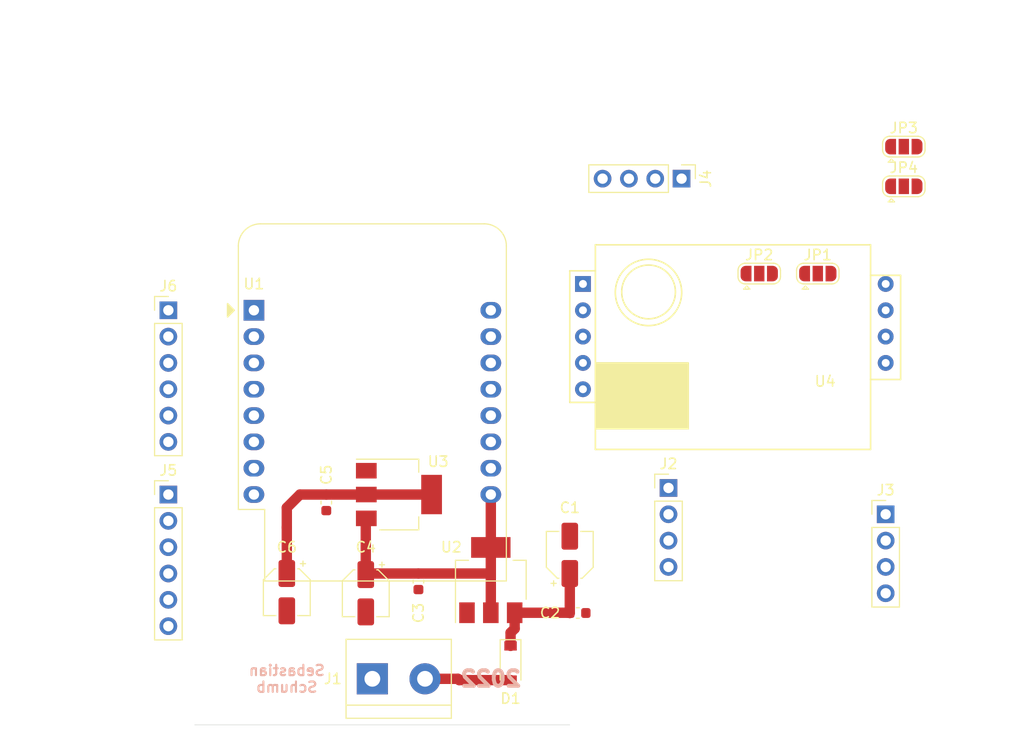
<source format=kicad_pcb>
(kicad_pcb (version 20211014) (generator pcbnew)
  (layers (0 "F.Cu" signal) (31 "B.Cu" signal) (34 "B.Paste" user) (35 "F.Paste" user) (36 "B.SilkS" user "B.Silkscreen") (37 "F.SilkS" user "F.Silkscreen") (38 "B.Mask" user) (39 "F.Mask" user) (44 "Edge.Cuts" user))
  (net 0 "")
  (net 1 "GND")
  (net 2 "+3V3")
  (net 3 "TXD")
  (net 4 "RXD")
  (net 5 "SDA")
  (net 6 "SCL")
  (net 7 "CS")
  (net 8 "MOSI")
  (net 9 "MISO")
  (net 10 "SCK")
  (net 11 "+5V")
  (net 12 "Net-(C1-Pad1)")
  (net 13 "Net-(D1-Pad2)")
  (net 14 "D3")
  (net 15 "D4")
  (net 17 "D0")
  (net 19 "A0")
  (net 20 "Net-(J3-Pad1)")
  (net 21 "Net-(J4-Pad1)")
  (net 22 "Net-(J5-Pad1)")
  (net 23 "Net-(J6-Pad1)")
  (footprint "Module:WEMOS_D1_mini_light" (layer "F.Cu") (at 94.615 69.85)
    (fp_text reference "U1" (at 0 -2.54) (layer "F.SilkS"))
    (fp_text value "WeMos_D1_mini")
    (fp_line (start 1.04 19.22) (end 1.04 26.12) (layer "F.SilkS") (width 0.12))
    (fp_line (start -1.5 19.22) (end -1.5 -6.21) (layer "F.SilkS") (width 0.12))
    (fp_line (start 24.36 26.12) (end 24.36 -6.21) (layer "F.SilkS") (width 0.12))
    (fp_line (start -1.5 19.22) (end 1.04 19.22) (layer "F.SilkS") (width 0.12))
    (fp_line (start 1.04 26.12) (end 24.36 26.12) (layer "F.SilkS") (width 0.12))
    (fp_line (start 22.24 -8.34) (end 0.63 -8.34) (layer "F.SilkS") (width 0.12))
    (fp_arc (start -1.5 -6.21) (mid -0.876137 -7.716137) (end 0.63 -8.34) (layer "F.SilkS") (width 0.12))
    (fp_arc (start 22.23 -8.34) (mid 23.736137 -7.716137) (end 24.36 -6.21) (layer "F.SilkS") (width 0.12))
    (fp_poly (pts (xy -2.54 -0.635) (xy -2.54 0.635) (xy -1.905 0)) (layer "F.SilkS") (width 0.15) (fill solid))
    (pad "1" thru_hole rect locked (at 0 0) (size 2 2) (drill 1) (layers *.Cu *.Mask))
    (pad "2" thru_hole oval locked (at 0 2.54) (size 2 1.6) (drill 1) (layers *.Cu *.Mask) (net 19 "A0"))
    (pad "3" thru_hole oval locked (at 0 5.08) (size 2 1.6) (drill 1) (layers *.Cu *.Mask) (net 17 "D0"))
    (pad "4" thru_hole oval locked (at 0 7.62) (size 2 1.6) (drill 1) (layers *.Cu *.Mask) (net 10 "SCK"))
    (pad "5" thru_hole oval locked (at 0 10.16) (size 2 1.6) (drill 1) (layers *.Cu *.Mask) (net 9 "MISO"))
    (pad "6" thru_hole oval locked (at 0 12.7) (size 2 1.6) (drill 1) (layers *.Cu *.Mask) (net 8 "MOSI"))
    (pad "7" thru_hole oval locked (at 0 15.24) (size 2 1.6) (drill 1) (layers *.Cu *.Mask) (net 7 "CS"))
    (pad "8" thru_hole oval locked (at 0 17.78) (size 2 1.6) (drill 1) (layers *.Cu *.Mask))
    (pad "9" thru_hole oval locked (at 22.86 17.78) (size 2 1.6) (drill 1) (layers *.Cu *.Mask) (net 11 "+5V"))
    (pad "10" thru_hole oval locked (at 22.86 15.24) (size 2 1.6) (drill 1) (layers *.Cu *.Mask) (net 1 "GND"))
    (pad "11" thru_hole oval locked (at 22.86 12.7) (size 2 1.6) (drill 1) (layers *.Cu *.Mask) (net 15 "D4"))
    (pad "12" thru_hole oval locked (at 22.86 10.16) (size 2 1.6) (drill 1) (layers *.Cu *.Mask) (net 14 "D3"))
    (pad "13" thru_hole oval locked (at 22.86 7.62) (size 2 1.6) (drill 1) (layers *.Cu *.Mask) (net 5 "SDA"))
    (pad "14" thru_hole oval locked (at 22.86 5.08) (size 2 1.6) (drill 1) (layers *.Cu *.Mask) (net 6 "SCL"))
    (pad "15" thru_hole oval locked (at 22.86 2.54) (size 2 1.6) (drill 1) (layers *.Cu *.Mask) (net 4 "RXD"))
    (pad "16" thru_hole oval locked (at 22.86 0) (size 2 1.6) (drill 1) (layers *.Cu *.Mask) (net 3 "TXD"))
  )
  (footprint "Package_TO_SOT_SMD:SOT-223-3_TabPin2" (layer "F.Cu") (at 117.475 95.885 90)
    (fp_text reference "U2" (at 3.175 -3.81 180) (layer "F.SilkS"))
    (fp_text value "LM1117-5.0")
    (fp_line (start -1.85 3.41) (end 1.91 3.41) (layer "F.SilkS") (width 0.12))
    (fp_line (start -4.1 -3.41) (end 1.91 -3.41) (layer "F.SilkS") (width 0.12))
    (fp_line (start 1.91 -3.41) (end 1.91 -2.15) (layer "F.SilkS") (width 0.12))
    (fp_line (start 1.91 3.41) (end 1.91 2.15) (layer "F.SilkS") (width 0.12))
    (pad "1" smd rect locked (at -3.15 -2.3 90) (size 2 1.5) (layers "F.Cu" "F.Paste" "F.Mask") (net 1 "GND"))
    (pad "2" smd rect locked (at -3.15 0 90) (size 2 1.5) (layers "F.Cu" "F.Paste" "F.Mask") (net 11 "+5V"))
    (pad "2" smd rect locked (at 3.15 0 90) (size 2 3.8) (layers "F.Cu" "F.Paste" "F.Mask") (net 11 "+5V"))
    (pad "3" smd rect locked (at -3.15 2.3 90) (size 2 1.5) (layers "F.Cu" "F.Paste" "F.Mask") (net 12 "Net-(C1-Pad1)"))
  )
  (footprint "Package_TO_SOT_SMD:SOT-223-3_TabPin2" (layer "F.Cu") (at 108.61 87.63)
    (fp_text reference "U3" (at 3.785 -3.175) (layer "F.SilkS"))
    (fp_text value "LM1117-3.3")
    (fp_line (start -1.85 3.41) (end 1.91 3.41) (layer "F.SilkS") (width 0.12))
    (fp_line (start 1.91 -3.41) (end 1.91 -2.15) (layer "F.SilkS") (width 0.12))
    (fp_line (start -4.1 -3.41) (end 1.91 -3.41) (layer "F.SilkS") (width 0.12))
    (fp_line (start 1.91 3.41) (end 1.91 2.15) (layer "F.SilkS") (width 0.12))
    (pad "1" smd rect locked (at -3.15 -2.3) (size 2 1.5) (layers "F.Cu" "F.Paste" "F.Mask") (net 1 "GND"))
    (pad "2" smd rect locked (at 3.15 0) (size 2 3.8) (layers "F.Cu" "F.Paste" "F.Mask") (net 2 "+3V3"))
    (pad "2" smd rect locked (at -3.15 0) (size 2 1.5) (layers "F.Cu" "F.Paste" "F.Mask") (net 2 "+3V3"))
    (pad "3" smd rect locked (at -3.15 2.3) (size 2 1.5) (layers "F.Cu" "F.Paste" "F.Mask") (net 11 "+5V"))
  )
  (footprint "Capacitor_SMD:CP_Elec_4x5.4" (layer "F.Cu") (at 125.095 93.45 90)
    (fp_text reference "C1" (at 4.55 0 180) (layer "F.SilkS"))
    (fp_text value "47uF")
    (fp_line (start -2.26 -1.195563) (end -1.195563 -2.26) (layer "F.SilkS") (width 0.12))
    (fp_line (start -2.26 1.195563) (end -1.195563 2.26) (layer "F.SilkS") (width 0.12))
    (fp_line (start 2.26 -2.26) (end 2.26 -1.06) (layer "F.SilkS") (width 0.12))
    (fp_line (start -2.75 -1.81) (end -2.75 -1.31) (layer "F.SilkS") (width 0.12))
    (fp_line (start 2.26 2.26) (end 2.26 1.06) (layer "F.SilkS") (width 0.12))
    (fp_line (start -2.26 1.195563) (end -2.26 1.06) (layer "F.SilkS") (width 0.12))
    (fp_line (start -3 -1.56) (end -2.5 -1.56) (layer "F.SilkS") (width 0.12))
    (fp_line (start -1.195563 2.26) (end 2.26 2.26) (layer "F.SilkS") (width 0.12))
    (fp_line (start -2.26 -1.195563) (end -2.26 -1.06) (layer "F.SilkS") (width 0.12))
    (fp_line (start -1.195563 -2.26) (end 2.26 -2.26) (layer "F.SilkS") (width 0.12))
    (pad "1" smd roundrect locked (at -1.8 0 90) (size 2.6 1.6) (layers "F.Cu" "F.Paste" "F.Mask") (roundrect_rratio 0.15625) (net 12 "Net-(C1-Pad1)"))
    (pad "2" smd roundrect locked (at 1.8 0 90) (size 2.6 1.6) (layers "F.Cu" "F.Paste" "F.Mask") (roundrect_rratio 0.15625) (net 1 "GND"))
  )
  (footprint "Capacitor_SMD:C_0603_1608Metric" (layer "F.Cu") (at 125.87 99.06)
    (fp_text reference "C2" (at -2.68 0) (layer "F.SilkS"))
    (fp_text value "100nF")
    (fp_line (start -0.14058 0.51) (end 0.14058 0.51) (layer "F.SilkS") (width 0.12))
    (fp_line (start -0.14058 -0.51) (end 0.14058 -0.51) (layer "F.SilkS") (width 0.12))
    (pad "1" smd roundrect locked (at -0.775 0) (size 0.9 0.95) (layers "F.Cu" "F.Paste" "F.Mask") (net 12 "Net-(C1-Pad1)"))
    (pad "2" smd roundrect locked (at 0.775 0) (size 0.9 0.95) (layers "F.Cu" "F.Paste" "F.Mask") (net 1 "GND"))
  )
  (footprint "Capacitor_SMD:C_0603_1608Metric" (layer "F.Cu") (at 110.49 96.025 -90)
    (fp_text reference "C3" (at 3.035 0 -90) (layer "F.SilkS"))
    (fp_text value "100nF")
    (fp_line (start -0.14058 0.51) (end 0.14058 0.51) (layer "F.SilkS") (width 0.12))
    (fp_line (start -0.14058 -0.51) (end 0.14058 -0.51) (layer "F.SilkS") (width 0.12))
    (pad "1" smd roundrect locked (at -0.775 0 270) (size 0.9 0.95) (layers "F.Cu" "F.Paste" "F.Mask") (net 11 "+5V"))
    (pad "2" smd roundrect locked (at 0.775 0 270) (size 0.9 0.95) (layers "F.Cu" "F.Paste" "F.Mask") (net 1 "GND"))
  )
  (footprint "Capacitor_SMD:CP_Elec_4x5.4" (layer "F.Cu") (at 105.41 97.155 -90)
    (fp_text reference "C4" (at -4.445 0 180) (layer "F.SilkS"))
    (fp_text value "47uF")
    (fp_line (start -2.75 -1.81) (end -2.75 -1.31) (layer "F.SilkS") (width 0.12))
    (fp_line (start -1.195563 -2.26) (end 2.26 -2.26) (layer "F.SilkS") (width 0.12))
    (fp_line (start -3 -1.56) (end -2.5 -1.56) (layer "F.SilkS") (width 0.12))
    (fp_line (start -2.26 -1.195563) (end -2.26 -1.06) (layer "F.SilkS") (width 0.12))
    (fp_line (start -1.195563 2.26) (end 2.26 2.26) (layer "F.SilkS") (width 0.12))
    (fp_line (start 2.26 2.26) (end 2.26 1.06) (layer "F.SilkS") (width 0.12))
    (fp_line (start -2.26 -1.195563) (end -1.195563 -2.26) (layer "F.SilkS") (width 0.12))
    (fp_line (start -2.26 1.195563) (end -1.195563 2.26) (layer "F.SilkS") (width 0.12))
    (fp_line (start 2.26 -2.26) (end 2.26 -1.06) (layer "F.SilkS") (width 0.12))
    (fp_line (start -2.26 1.195563) (end -2.26 1.06) (layer "F.SilkS") (width 0.12))
    (pad "1" smd roundrect locked (at -1.8 0 270) (size 2.6 1.6) (layers "F.Cu" "F.Paste" "F.Mask") (roundrect_rratio 0.15625) (net 11 "+5V"))
    (pad "2" smd roundrect locked (at 1.8 0 270) (size 2.6 1.6) (layers "F.Cu" "F.Paste" "F.Mask") (roundrect_rratio 0.15625) (net 1 "GND"))
  )
  (footprint "Capacitor_SMD:C_0603_1608Metric" (layer "F.Cu") (at 101.6 88.405 -90)
    (fp_text reference "C5" (at -2.68 0 -90) (layer "F.SilkS"))
    (fp_text value "100nF")
    (fp_line (start -0.14058 0.51) (end 0.14058 0.51) (layer "F.SilkS") (width 0.12))
    (fp_line (start -0.14058 -0.51) (end 0.14058 -0.51) (layer "F.SilkS") (width 0.12))
    (pad "1" smd roundrect locked (at -0.775 0 270) (size 0.9 0.95) (layers "F.Cu" "F.Paste" "F.Mask") (net 2 "+3V3"))
    (pad "2" smd roundrect locked (at 0.775 0 270) (size 0.9 0.95) (layers "F.Cu" "F.Paste" "F.Mask") (net 1 "GND"))
  )
  (footprint "Capacitor_SMD:CP_Elec_4x5.4" (layer "F.Cu") (at 97.79 97.05 -90)
    (fp_text reference "C6" (at -4.34 0 180) (layer "F.SilkS"))
    (fp_text value "47uF")
    (fp_line (start -2.26 1.195563) (end -2.26 1.06) (layer "F.SilkS") (width 0.12))
    (fp_line (start -2.26 -1.195563) (end -2.26 -1.06) (layer "F.SilkS") (width 0.12))
    (fp_line (start -2.26 1.195563) (end -1.195563 2.26) (layer "F.SilkS") (width 0.12))
    (fp_line (start 2.26 -2.26) (end 2.26 -1.06) (layer "F.SilkS") (width 0.12))
    (fp_line (start -1.195563 2.26) (end 2.26 2.26) (layer "F.SilkS") (width 0.12))
    (fp_line (start -2.75 -1.81) (end -2.75 -1.31) (layer "F.SilkS") (width 0.12))
    (fp_line (start -1.195563 -2.26) (end 2.26 -2.26) (layer "F.SilkS") (width 0.12))
    (fp_line (start -2.26 -1.195563) (end -1.195563 -2.26) (layer "F.SilkS") (width 0.12))
    (fp_line (start 2.26 2.26) (end 2.26 1.06) (layer "F.SilkS") (width 0.12))
    (fp_line (start -3 -1.56) (end -2.5 -1.56) (layer "F.SilkS") (width 0.12))
    (pad "1" smd roundrect locked (at -1.8 0 270) (size 2.6 1.6) (layers "F.Cu" "F.Paste" "F.Mask") (roundrect_rratio 0.15625) (net 2 "+3V3"))
    (pad "2" smd roundrect locked (at 1.8 0 270) (size 2.6 1.6) (layers "F.Cu" "F.Paste" "F.Mask") (roundrect_rratio 0.15625) (net 1 "GND"))
  )
  (footprint "Diode_SMD:D_SOD-123" (layer "F.Cu") (at 119.38 103.885 -90)
    (fp_text reference "D1" (at 3.43 0 180) (layer "F.SilkS"))
    (fp_text value "BAT42W")
    (fp_line (start -2.25 1) (end 1.65 1) (layer "F.SilkS") (width 0.12))
    (fp_line (start -2.25 -1) (end -2.25 1) (layer "F.SilkS") (width 0.12))
    (fp_line (start -2.25 -1) (end 1.65 -1) (layer "F.SilkS") (width 0.12))
    (pad "1" smd rect locked (at -1.65 0 270) (size 0.9 1.2) (layers "F.Cu" "F.Paste" "F.Mask") (net 12 "Net-(C1-Pad1)"))
    (pad "2" smd rect locked (at 1.65 0 270) (size 0.9 1.2) (layers "F.Cu" "F.Paste" "F.Mask") (net 13 "Net-(D1-Pad2)"))
  )
  (footprint "TerminalBlock:TerminalBlock_bornier-2_P5.08mm" (layer "F.Cu") (at 106.045 105.41)
    (fp_text reference "J1" (at -3.81 0) (layer "F.SilkS"))
    (fp_text value "Conn_01x02")
    (fp_line (start 7.62 3.81) (end 7.62 -3.81) (layer "F.SilkS") (width 0.12))
    (fp_line (start 7.62 2.54) (end -2.54 2.54) (layer "F.SilkS") (width 0.12))
    (fp_line (start -2.54 3.81) (end 7.62 3.81) (layer "F.SilkS") (width 0.12))
    (fp_line (start -2.54 -3.81) (end -2.54 3.81) (layer "F.SilkS") (width 0.12))
    (fp_line (start 7.62 -3.81) (end -2.54 -3.81) (layer "F.SilkS") (width 0.12))
    (pad "1" thru_hole rect locked (at 0 0) (size 3 3) (drill 1.52) (layers *.Cu *.Mask) (net 1 "GND"))
    (pad "2" thru_hole circle locked (at 5.08 0) (size 3 3) (drill 1.52) (layers *.Cu *.Mask) (net 13 "Net-(D1-Pad2)"))
  )
  (footprint "Connector_PinHeader_2.54mm:PinHeader_1x04_P2.54mm_Vertical" (layer "F.Cu") (at 155.575 89.535)
    (fp_text reference "J3" (at 0 -2.33) (layer "F.SilkS"))
    (fp_text value "I2C Out")
    (fp_line (start -1.33 1.27) (end -1.33 8.95) (layer "F.SilkS") (width 0.12))
    (fp_line (start 1.33 1.27) (end 1.33 8.95) (layer "F.SilkS") (width 0.12))
    (fp_line (start -1.33 -1.33) (end 0 -1.33) (layer "F.SilkS") (width 0.12))
    (fp_line (start -1.33 0) (end -1.33 -1.33) (layer "F.SilkS") (width 0.12))
    (fp_line (start -1.33 8.95) (end 1.33 8.95) (layer "F.SilkS") (width 0.12))
    (fp_line (start -1.33 1.27) (end 1.33 1.27) (layer "F.SilkS") (width 0.12))
    (pad "1" thru_hole rect (at 0 0) (size 1.7 1.7) (drill 1) (layers *.Cu *.Mask) (net 20 "Net-(J3-Pad1)"))
    (pad "2" thru_hole oval (at 0 2.54) (size 1.7 1.7) (drill 1) (layers *.Cu *.Mask) (net 6 "SCL"))
    (pad "3" thru_hole oval (at 0 5.08) (size 1.7 1.7) (drill 1) (layers *.Cu *.Mask) (net 5 "SDA"))
    (pad "4" thru_hole oval (at 0 7.62) (size 1.7 1.7) (drill 1) (layers *.Cu *.Mask) (net 1 "GND"))
  )
  (footprint "Connector_PinHeader_2.54mm:PinHeader_1x06_P2.54mm_Vertical" (layer "F.Cu") (at 86.36 69.85)
    (fp_text reference "J6" (at 0 -2.33) (layer "F.SilkS"))
    (fp_text value "Conn_01x06")
    (fp_line (start -1.33 -1.33) (end 0 -1.33) (layer "F.SilkS") (width 0.12))
    (fp_line (start 1.33 1.27) (end 1.33 14.03) (layer "F.SilkS") (width 0.12))
    (fp_line (start -1.33 14.03) (end 1.33 14.03) (layer "F.SilkS") (width 0.12))
    (fp_line (start -1.33 0) (end -1.33 -1.33) (layer "F.SilkS") (width 0.12))
    (fp_line (start -1.33 1.27) (end 1.33 1.27) (layer "F.SilkS") (width 0.12))
    (fp_line (start -1.33 1.27) (end -1.33 14.03) (layer "F.SilkS") (width 0.12))
    (pad "1" thru_hole rect (at 0 0) (size 1.7 1.7) (drill 1) (layers *.Cu *.Mask) (net 23 "Net-(J6-Pad1)"))
    (pad "2" thru_hole oval (at 0 2.54) (size 1.7 1.7) (drill 1) (layers *.Cu *.Mask) (net 19 "A0"))
    (pad "3" thru_hole oval (at 0 5.08) (size 1.7 1.7) (drill 1) (layers *.Cu *.Mask) (net 17 "D0"))
    (pad "4" thru_hole oval (at 0 7.62) (size 1.7 1.7) (drill 1) (layers *.Cu *.Mask) (net 14 "D3"))
    (pad "5" thru_hole oval (at 0 10.16) (size 1.7 1.7) (drill 1) (layers *.Cu *.Mask) (net 15 "D4"))
    (pad "6" thru_hole oval (at 0 12.7) (size 1.7 1.7) (drill 1) (layers *.Cu *.Mask) (net 1 "GND"))
  )
  (footprint "Jumper:SolderJumper-3_P1.3mm_Open_RoundedPad1.0x1.5mm" (layer "F.Cu") (at 143.375 66.31)
    (fp_text reference "JP2" (at 0 -1.8) (layer "F.SilkS"))
    (fp_text value "SolderJumper_3_Open-Jumper")
    (fp_line (start -1.2 1.2) (end -0.9 1.5) (layer "F.SilkS") (width 0.12))
    (fp_line (start -1.4 -1) (end 1.4 -1) (layer "F.SilkS") (width 0.12))
    (fp_line (start 2.05 -0.3) (end 2.05 0.3) (layer "F.SilkS") (width 0.12))
    (fp_line (start -1.2 1.2) (end -1.5 1.5) (layer "F.SilkS") (width 0.12))
    (fp_line (start 1.4 1) (end -1.4 1) (layer "F.SilkS") (width 0.12))
    (fp_line (start -2.05 0.3) (end -2.05 -0.3) (layer "F.SilkS") (width 0.12))
    (fp_line (start -1.5 1.5) (end -0.9 1.5) (layer "F.SilkS") (width 0.12))
    (fp_arc (start -2.05 -0.3) (mid -1.844975 -0.794975) (end -1.35 -1) (layer "F.SilkS") (width 0.12))
    (fp_arc (start -1.35 1) (mid -1.844975 0.794975) (end -2.05 0.3) (layer "F.SilkS") (width 0.12))
    (fp_arc (start 1.35 -1) (mid 1.844975 -0.794975) (end 2.05 -0.3) (layer "F.SilkS") (width 0.12))
    (fp_arc (start 2.05 0.3) (mid 1.844975 0.794975) (end 1.35 1) (layer "F.SilkS") (width 0.12))
    (pad "1" smd custom (at -1.3 0) (size 1 0.5) (layers "F.Cu" "F.Mask") (net 11 "+5V") (options (clearance outline) (anchor rect)) (primitives (gr_circle (center 0 0.25) (end 0.5 0.25) (width 0) (fill yes)) (gr_circle (center 0 -0.25) (end 0.5 -0.25) (width 0) (fill yes)) (gr_poly (pts (xy 0.55 0.75) (xy 0 0.75) (xy 0 -0.75) (xy 0.55 -0.75)) (width 0) (fill yes))))
    (pad "2" smd rect (at 0 0) (size 1 1.5) (layers "F.Cu" "F.Mask") (net 21 "Net-(J4-Pad1)"))
    (pad "3" smd custom (at 1.3 0) (size 1 0.5) (layers "F.Cu" "F.Mask") (net 2 "+3V3") (options (clearance outline) (anchor rect)) (primitives (gr_circle (center 0 0.25) (end 0.5 0.25) (width 0) (fill yes)) (gr_circle (center 0 -0.25) (end 0.5 -0.25) (width 0) (fill yes)) (gr_poly (pts (xy 0 0.75) (xy -0.55 0.75) (xy -0.55 -0.75) (xy 0 -0.75)) (width 0) (fill yes))))
  )
  (footprint "Jumper:SolderJumper-3_P1.3mm_Open_RoundedPad1.0x1.5mm" (layer "F.Cu") (at 157.325 57.89)
    (fp_text reference "JP4" (at 0 -1.8) (layer "F.SilkS"))
    (fp_text value "SolderJumper_3_Open-Jumper")
    (fp_line (start -1.2 1.2) (end -1.5 1.5) (layer "F.SilkS") (width 0.12))
    (fp_line (start -1.2 1.2) (end -0.9 1.5) (layer "F.SilkS") (width 0.12))
    (fp_line (start 2.05 -0.3) (end 2.05 0.3) (layer "F.SilkS") (width 0.12))
    (fp_line (start -1.4 -1) (end 1.4 -1) (layer "F.SilkS") (width 0.12))
    (fp_line (start -1.5 1.5) (end -0.9 1.5) (layer "F.SilkS") (width 0.12))
    (fp_line (start 1.4 1) (end -1.4 1) (layer "F.SilkS") (width 0.12))
    (fp_line (start -2.05 0.3) (end -2.05 -0.3) (layer "F.SilkS") (width 0.12))
    (fp_arc (start -1.35 1) (mid -1.844975 0.794975) (end -2.05 0.3) (layer "F.SilkS") (width 0.12))
    (fp_arc (start 2.05 0.3) (mid 1.844975 0.794975) (end 1.35 1) (layer "F.SilkS") (width 0.12))
    (fp_arc (start -2.05 -0.3) (mid -1.844975 -0.794975) (end -1.35 -1) (layer "F.SilkS") (width 0.12))
    (fp_arc (start 1.35 -1) (mid 1.844975 -0.794975) (end 2.05 -0.3) (layer "F.SilkS") (width 0.12))
    (pad "1" smd custom (at -1.3 0) (size 1 0.5) (layers "F.Cu" "F.Mask") (net 11 "+5V") (options (clearance outline) (anchor rect)) (primitives (gr_circle (center 0 0.25) (end 0.5 0.25) (width 0) (fill yes)) (gr_circle (center 0 -0.25) (end 0.5 -0.25) (width 0) (fill yes)) (gr_poly (pts (xy 0.55 0.75) (xy 0 0.75) (xy 0 -0.75) (xy 0.55 -0.75)) (width 0) (fill yes))))
    (pad "2" smd rect (at 0 0) (size 1 1.5) (layers "F.Cu" "F.Mask") (net 23 "Net-(J6-Pad1)"))
    (pad "3" smd custom (at 1.3 0) (size 1 0.5) (layers "F.Cu" "F.Mask") (net 2 "+3V3") (options (clearance outline) (anchor rect)) (primitives (gr_circle (center 0 0.25) (end 0.5 0.25) (width 0) (fill yes)) (gr_circle (center 0 -0.25) (end 0.5 -0.25) (width 0) (fill yes)) (gr_poly (pts (xy 0 0.75) (xy -0.55 0.75) (xy -0.55 -0.75) (xy 0 -0.75)) (width 0) (fill yes))))
  )
  (footprint "Jumper:SolderJumper-3_P1.3mm_Open_RoundedPad1.0x1.5mm" (layer "F.Cu") (at 149.025 66.31)
    (fp_text reference "JP1" (at 0 -1.8) (layer "F.SilkS"))
    (fp_text value "SolderJumper_3_Open-Jumper")
    (fp_line (start -1.4 -1) (end 1.4 -1) (layer "F.SilkS") (width 0.12))
    (fp_line (start 2.05 -0.3) (end 2.05 0.3) (layer "F.SilkS") (width 0.12))
    (fp_line (start -2.05 0.3) (end -2.05 -0.3) (layer "F.SilkS") (width 0.12))
    (fp_line (start 1.4 1) (end -1.4 1) (layer "F.SilkS") (width 0.12))
    (fp_line (start -1.2 1.2) (end -0.9 1.5) (layer "F.SilkS") (width 0.12))
    (fp_line (start -1.2 1.2) (end -1.5 1.5) (layer "F.SilkS") (width 0.12))
    (fp_line (start -1.5 1.5) (end -0.9 1.5) (layer "F.SilkS") (width 0.12))
    (fp_arc (start 1.35 -1) (mid 1.844975 -0.794975) (end 2.05 -0.3) (layer "F.SilkS") (width 0.12))
    (fp_arc (start 2.05 0.3) (mid 1.844975 0.794975) (end 1.35 1) (layer "F.SilkS") (width 0.12))
    (fp_arc (start -1.35 1) (mid -1.844975 0.794975) (end -2.05 0.3) (layer "F.SilkS") (width 0.12))
    (fp_arc (start -2.05 -0.3) (mid -1.844975 -0.794975) (end -1.35 -1) (layer "F.SilkS") (width 0.12))
    (pad "1" smd custom (at -1.3 0) (size 1 0.5) (layers "F.Cu" "F.Mask") (net 11 "+5V") (options (clearance outline) (anchor rect)) (primitives (gr_circle (center 0 0.25) (end 0.5 0.25) (width 0) (fill yes)) (gr_circle (center 0 -0.25) (end 0.5 -0.25) (width 0) (fill yes)) (gr_poly (pts (xy 0.55 0.75) (xy 0 0.75) (xy 0 -0.75) (xy 0.55 -0.75)) (width 0) (fill yes))))
    (pad "2" smd rect (at 0 0) (size 1 1.5) (layers "F.Cu" "F.Mask") (net 20 "Net-(J3-Pad1)"))
    (pad "3" smd custom (at 1.3 0) (size 1 0.5) (layers "F.Cu" "F.Mask") (net 2 "+3V3") (options (clearance outline) (anchor rect)) (primitives (gr_circle (center 0 0.25) (end 0.5 0.25) (width 0) (fill yes)) (gr_circle (center 0 -0.25) (end 0.5 -0.25) (width 0) (fill yes)) (gr_poly (pts (xy 0 0.75) (xy -0.55 0.75) (xy -0.55 -0.75) (xy 0 -0.75)) (width 0) (fill yes))))
  )
  (footprint "Connector_PinHeader_2.54mm:PinHeader_1x06_P2.54mm_Vertical" (layer "F.Cu") (at 86.36 87.63)
    (fp_text reference "J5" (at 0 -2.33) (layer "F.SilkS"))
    (fp_text value "SPI Out")
    (fp_line (start -1.33 1.27) (end 1.33 1.27) (layer "F.SilkS") (width 0.12))
    (fp_line (start -1.33 1.27) (end -1.33 14.03) (layer "F.SilkS") (width 0.12))
    (fp_line (start -1.33 -1.33) (end 0 -1.33) (layer "F.SilkS") (width 0.12))
    (fp_line (start -1.33 0) (end -1.33 -1.33) (layer "F.SilkS") (width 0.12))
    (fp_line (start 1.33 1.27) (end 1.33 14.03) (layer "F.SilkS") (width 0.12))
    (fp_line (start -1.33 14.03) (end 1.33 14.03) (layer "F.SilkS") (width 0.12))
    (pad "1" thru_hole rect (at 0 0) (size 1.7 1.7) (drill 1) (layers *.Cu *.Mask) (net 22 "Net-(J5-Pad1)"))
    (pad "2" thru_hole oval (at 0 2.54) (size 1.7 1.7) (drill 1) (layers *.Cu *.Mask) (net 10 "SCK"))
    (pad "3" thru_hole oval (at 0 5.08) (size 1.7 1.7) (drill 1) (layers *.Cu *.Mask) (net 9 "MISO"))
    (pad "4" thru_hole oval (at 0 7.62) (size 1.7 1.7) (drill 1) (layers *.Cu *.Mask) (net 8 "MOSI"))
    (pad "5" thru_hole oval (at 0 10.16) (size 1.7 1.7) (drill 1) (layers *.Cu *.Mask) (net 7 "CS"))
    (pad "6" thru_hole oval (at 0 12.7) (size 1.7 1.7) (drill 1) (layers *.Cu *.Mask) (net 1 "GND"))
  )
  (footprint "Jumper:SolderJumper-3_P1.3mm_Open_RoundedPad1.0x1.5mm" (layer "F.Cu") (at 157.325 54.06)
    (fp_text reference "JP3" (at 0 -1.8) (layer "F.SilkS"))
    (fp_text value "SolderJumper_3_Open-Jumper")
    (fp_line (start 2.05 -0.3) (end 2.05 0.3) (layer "F.SilkS") (width 0.12))
    (fp_line (start -1.5 1.5) (end -0.9 1.5) (layer "F.SilkS") (width 0.12))
    (fp_line (start -1.2 1.2) (end -1.5 1.5) (layer "F.SilkS") (width 0.12))
    (fp_line (start -2.05 0.3) (end -2.05 -0.3) (layer "F.SilkS") (width 0.12))
    (fp_line (start -1.2 1.2) (end -0.9 1.5) (layer "F.SilkS") (width 0.12))
    (fp_line (start 1.4 1) (end -1.4 1) (layer "F.SilkS") (width 0.12))
    (fp_line (start -1.4 -1) (end 1.4 -1) (layer "F.SilkS") (width 0.12))
    (fp_arc (start -1.35 1) (mid -1.844975 0.794975) (end -2.05 0.3) (layer "F.SilkS") (width 0.12))
    (fp_arc (start 1.35 -1) (mid 1.844975 -0.794975) (end 2.05 -0.3) (layer "F.SilkS") (width 0.12))
    (fp_arc (start 2.05 0.3) (mid 1.844975 0.794975) (end 1.35 1) (layer "F.SilkS") (width 0.12))
    (fp_arc (start -2.05 -0.3) (mid -1.844975 -0.794975) (end -1.35 -1) (layer "F.SilkS") (width 0.12))
    (pad "1" smd custom (at -1.3 0) (size 1 0.5) (layers "F.Cu" "F.Mask") (net 11 "+5V") (options (clearance outline) (anchor rect)) (primitives (gr_circle (center 0 0.25) (end 0.5 0.25) (width 0) (fill yes)) (gr_circle (center 0 -0.25) (end 0.5 -0.25) (width 0) (fill yes)) (gr_poly (pts (xy 0.55 0.75) (xy 0 0.75) (xy 0 -0.75) (xy 0.55 -0.75)) (width 0) (fill yes))))
    (pad "2" smd rect (at 0 0) (size 1 1.5) (layers "F.Cu" "F.Mask") (net 22 "Net-(J5-Pad1)"))
    (pad "3" smd custom (at 1.3 0) (size 1 0.5) (layers "F.Cu" "F.Mask") (net 2 "+3V3") (options (clearance outline) (anchor rect)) (primitives (gr_circle (center 0 0.25) (end 0.5 0.25) (width 0) (fill yes)) (gr_circle (center 0 -0.25) (end 0.5 -0.25) (width 0) (fill yes)) (gr_poly (pts (xy 0 0.75) (xy -0.55 0.75) (xy -0.55 -0.75) (xy 0 -0.75)) (width 0) (fill yes))))
  )
  (footprint "mh-z19b:Winsen_MH-Z19B" (layer "F.Cu") (at 126.365 81.28 180)
    (fp_text reference "U4" (at -23.368 4.572) (layer "F.SilkS"))
    (fp_text value "MH-Z19B")
    (fp_line (start -1.2 -2) (end -1.2 17.75) (layer "F.SilkS") (width 0.15))
    (fp_line (start 1.275 2.54) (end 1.275 15.24) (layer "F.SilkS") (width 0.15))
    (fp_line (start -30.65 4.75) (end -30.65 14.8) (layer "F.SilkS") (width 0.15))
    (fp_line (start -27.75 4.75) (end -30.65 4.75) (layer "F.SilkS") (width 0.15))
    (fp_line (start -27.75 17.75) (end -1.2 17.75) (layer "F.SilkS") (width 0.15))
    (fp_line (start -27.75 -2) (end -27.75 17.75) (layer "F.SilkS") (width 0.15))
    (fp_line (start -30.65 14.8) (end -27.75 14.8) (layer "F.SilkS") (width 0.15))
    (fp_line (start -1.27 2.54) (end 1.27 2.54) (layer "F.SilkS") (width 0.15))
    (fp_line (start 1.27 15.24) (end -1.205 15.24) (layer "F.SilkS") (width 0.15))
    (fp_line (start -1.2 -2) (end -27.75 -2) (layer "F.SilkS") (width 0.15))
    (fp_circle (center -6.325 13.15) (end -9.425 12.35) (layer "F.SilkS") (width 0.15) (fill none))
    (fp_circle (center -6.330656 13.2) (end -8.530656 11.825) (layer "F.SilkS") (width 0.15) (fill none))
    (fp_poly (pts (xy -10.16 0) (xy -10.16 6.35) (xy -1.27 6.35) (xy -1.27 0)) (layer "F.SilkS") (width 0.15) (fill solid))
    (pad "1" thru_hole rect locked (at 0 13.97 180) (size 1.524 1.524) (drill 0.762) (layers *.Cu *.Mask))
    (pad "2" thru_hole circle locked (at 0 11.43 180) (size 1.524 1.524) (drill 0.762) (layers *.Cu *.Mask) (net 3 "TXD"))
    (pad "3" thru_hole circle locked (at 0 8.89 180) (size 1.524 1.524) (drill 0.762) (layers *.Cu *.Mask) (net 4 "RXD"))
    (pad "4" thru_hole circle locked (at 0 6.35 180) (size 1.524 1.524) (drill 0.762) (layers *.Cu *.Mask))
    (pad "5" thru_hole circle locked (at 0 3.81 180) (size 1.524 1.524) (drill 0.762) (layers *.Cu *.Mask))
    (pad "6" thru_hole circle locked (at -29.21 13.97 180) (size 1.524 1.524) (drill 0.762) (layers *.Cu *.Mask) (net 11 "+5V"))
    (pad "7" thru_hole circle locked (at -29.21 11.43 180) (size 1.524 1.524) (drill 0.762) (layers *.Cu *.Mask) (net 1 "GND"))
    (pad "8" thru_hole circle locked (at -29.21 8.89 180) (size 1.524 1.524) (drill 0.762) (layers *.Cu *.Mask))
    (pad "9" thru_hole circle locked (at -29.21 6.35 180) (size 1.524 1.524) (drill 0.762) (layers *.Cu *.Mask))
  )
  (footprint "Connector_PinHeader_2.54mm:PinHeader_1x04_P2.54mm_Vertical" (layer "F.Cu") (at 135.88 57.15 -90)
    (fp_text reference "J4" (at 0 -2.33 90) (layer "F.SilkS"))
    (fp_text value "UART Out")
    (fp_line (start -1.33 1.27) (end -1.33 8.95) (layer "F.SilkS") (width 0.12))
    (fp_line (start -1.33 8.95) (end 1.33 8.95) (layer "F.SilkS") (width 0.12))
    (fp_line (start -1.33 -1.33) (end 0 -1.33) (layer "F.SilkS") (width 0.12))
    (fp_line (start -1.33 1.27) (end 1.33 1.27) (layer "F.SilkS") (width 0.12))
    (fp_line (start -1.33 0) (end -1.33 -1.33) (layer "F.SilkS") (width 0.12))
    (fp_line (start 1.33 1.27) (end 1.33 8.95) (layer "F.SilkS") (width 0.12))
    (pad "1" thru_hole rect (at 0 0 270) (size 1.7 1.7) (drill 1) (layers *.Cu *.Mask) (net 21 "Net-(J4-Pad1)"))
    (pad "2" thru_hole oval (at 0 2.54 270) (size 1.7 1.7) (drill 1) (layers *.Cu *.Mask) (net 4 "RXD"))
    (pad "3" thru_hole oval (at 0 5.08 270) (size 1.7 1.7) (drill 1) (layers *.Cu *.Mask) (net 3 "TXD"))
    (pad "4" thru_hole oval (at 0 7.62 270) (size 1.7 1.7) (drill 1) (layers *.Cu *.Mask) (net 1 "GND"))
  )
  (footprint "Connector_PinHeader_2.54mm:PinHeader_1x04_P2.54mm_Vertical" (layer "F.Cu") (at 134.62 86.995)
    (fp_text reference "J2" (at 0 -2.33) (layer "F.SilkS"))
    (fp_text value "GY-BME280")
    (fp_line (start -1.33 1.27) (end 1.33 1.27) (layer "F.SilkS") (width 0.12))
    (fp_line (start -1.33 1.27) (end -1.33 8.95) (layer "F.SilkS") (width 0.12))
    (fp_line (start -1.33 -1.33) (end 0 -1.33) (layer "F.SilkS") (width 0.12))
    (fp_line (start -1.33 8.95) (end 1.33 8.95) (layer "F.SilkS") (width 0.12))
    (fp_line (start 1.33 1.27) (end 1.33 8.95) (layer "F.SilkS") (width 0.12))
    (fp_line (start -1.33 0) (end -1.33 -1.33) (layer "F.SilkS") (width 0.12))
    (pad "1" thru_hole rect (at 0 0) (size 1.7 1.7) (drill 1) (layers *.Cu *.Mask) (net 2 "+3V3"))
    (pad "2" thru_hole oval (at 0 2.54) (size 1.7 1.7) (drill 1) (layers *.Cu *.Mask) (net 1 "GND"))
    (pad "3" thru_hole oval (at 0 5.08) (size 1.7 1.7) (drill 1) (layers *.Cu *.Mask) (net 6 "SCL"))
    (pad "4" thru_hole oval (at 0 7.62) (size 1.7 1.7) (drill 1) (layers *.Cu *.Mask) (net 5 "SDA"))
  )
  (gr_line (start 125.095 109.855) (end 88.9 109.855) (layer "Edge.Cuts") (width 0.05))
  (gr_text "Sebastian\nSchumb" (at 97.79 105.41) (layer "B.SilkS") (effects (font (size 1 1) (thickness 0.2)) (justify mirror)))
  (gr_text "2022" (at 117.475 105.41) (layer "B.SilkS") (effects (font (size 1.5 1.5) (thickness 0.375)) (justify mirror)))
  (segment (start 97.79 95.25) (end 97.79 90.805) (width 1) (layer "F.Cu") (net 2))
  (segment (start 97.79 90.805) (end 97.79 88.9) (width 1) (layer "F.Cu") (net 2))
  (segment (start 101.6 87.63) (end 105.46 87.63) (width 1) (layer "F.Cu") (net 2))
  (segment (start 97.79 88.9) (end 99.06 87.63) (width 1) (layer "F.Cu") (net 2))
  (segment (start 99.06 87.63) (end 101.6 87.63) (width 1) (layer "F.Cu") (net 2))
  (segment (start 105.46 87.63) (end 111.76 87.63) (width 1) (layer "F.Cu") (net 2))
  (segment (start 105.41 89.98) (end 105.46 89.93) (width 1) (layer "F.Cu") (net 11))
  (segment (start 117.475 95.25) (end 117.475 92.735) (width 1) (layer "F.Cu") (net 11))
  (segment (start 105.515 95.25) (end 105.41 95.355) (width 1) (layer "F.Cu") (net 11))
  (segment (start 105.41 95.355) (end 105.41 89.98) (width 1) (layer "F.Cu") (net 11))
  (segment (start 117.475 99.035) (end 117.475 95.25) (width 1) (layer "F.Cu") (net 11))
  (segment (start 117.475 95.25) (end 110.49 95.25) (width 1) (layer "F.Cu") (net 11))
  (segment (start 117.475 92.735) (end 117.475 87.63) (width 1) (layer "F.Cu") (net 11))
  (segment (start 110.49 95.25) (end 105.515 95.25) (width 1) (layer "F.Cu") (net 11))
  (segment (start 119.8 99.06) (end 119.775 99.035) (width 1) (layer "F.Cu") (net 12))
  (segment (start 120.015 99.275) (end 119.775 99.035) (width 1) (layer "F.Cu") (net 12))
  (segment (start 119.38 100.965) (end 119.38 102.235) (width 1) (layer "F.Cu") (net 12))
  (segment (start 119.775 99.035) (end 119.775 100.57) (width 1) (layer "F.Cu") (net 12))
  (segment (start 125.07 99.035) (end 125.095 99.06) (width 1) (layer "F.Cu") (net 12))
  (segment (start 119.775 99.035) (end 125.07 99.035) (width 1) (layer "F.Cu") (net 12))
  (segment (start 125.095 99.06) (end 125.095 95.25) (width 1) (layer "F.Cu") (net 12))
  (segment (start 119.775 100.57) (end 119.38 100.965) (width 1) (layer "F.Cu") (net 12))
  (segment (start 114.425 105.535) (end 114.3 105.41) (width 1) (layer "F.Cu") (net 13))
  (segment (start 114.3 105.41) (end 111.125 105.41) (width 1) (layer "F.Cu") (net 13))
  (segment (start 119.38 105.535) (end 114.425 105.535) (width 1) (layer "F.Cu") (net 13))
)
</source>
